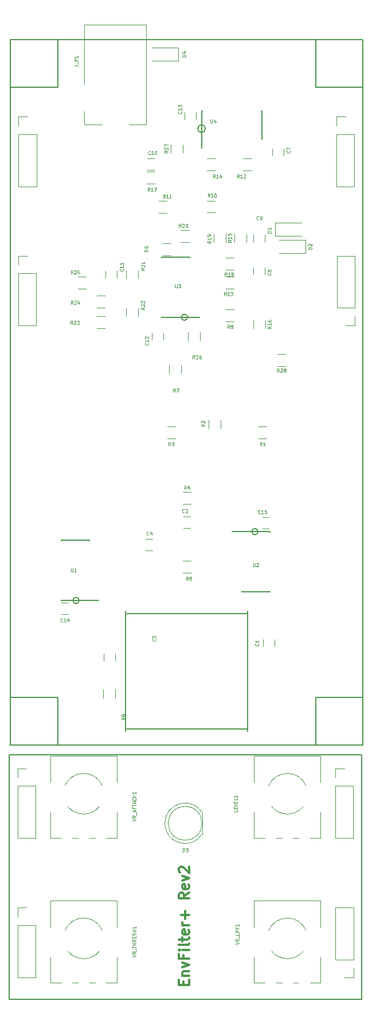
<source format=gbr>
G04 #@! TF.FileFunction,Legend,Top*
%FSLAX46Y46*%
G04 Gerber Fmt 4.6, Leading zero omitted, Abs format (unit mm)*
G04 Created by KiCad (PCBNEW 4.0.7) date 03/28/18 20:32:25*
%MOMM*%
%LPD*%
G01*
G04 APERTURE LIST*
%ADD10C,0.100000*%
%ADD11C,0.300000*%
%ADD12C,0.200000*%
%ADD13C,0.150000*%
%ADD14C,0.120000*%
%ADD15C,0.015000*%
G04 APERTURE END LIST*
D10*
D11*
X98444857Y-164126570D02*
X98444857Y-163626570D01*
X99230571Y-163412284D02*
X99230571Y-164126570D01*
X97730571Y-164126570D01*
X97730571Y-163412284D01*
X98230571Y-162769427D02*
X99230571Y-162769427D01*
X98373429Y-162769427D02*
X98302000Y-162697999D01*
X98230571Y-162555141D01*
X98230571Y-162340856D01*
X98302000Y-162197999D01*
X98444857Y-162126570D01*
X99230571Y-162126570D01*
X98230571Y-161555141D02*
X99230571Y-161197998D01*
X98230571Y-160840856D01*
X98444857Y-159769427D02*
X98444857Y-160269427D01*
X99230571Y-160269427D02*
X97730571Y-160269427D01*
X97730571Y-159555141D01*
X99230571Y-158983713D02*
X98230571Y-158983713D01*
X97730571Y-158983713D02*
X97802000Y-159055142D01*
X97873429Y-158983713D01*
X97802000Y-158912285D01*
X97730571Y-158983713D01*
X97873429Y-158983713D01*
X99230571Y-158055141D02*
X99159143Y-158197999D01*
X99016286Y-158269427D01*
X97730571Y-158269427D01*
X98230571Y-157697999D02*
X98230571Y-157126570D01*
X97730571Y-157483713D02*
X99016286Y-157483713D01*
X99159143Y-157412285D01*
X99230571Y-157269427D01*
X99230571Y-157126570D01*
X99159143Y-156055142D02*
X99230571Y-156197999D01*
X99230571Y-156483713D01*
X99159143Y-156626570D01*
X99016286Y-156697999D01*
X98444857Y-156697999D01*
X98302000Y-156626570D01*
X98230571Y-156483713D01*
X98230571Y-156197999D01*
X98302000Y-156055142D01*
X98444857Y-155983713D01*
X98587714Y-155983713D01*
X98730571Y-156697999D01*
X99230571Y-155340856D02*
X98230571Y-155340856D01*
X98516286Y-155340856D02*
X98373429Y-155269428D01*
X98302000Y-155197999D01*
X98230571Y-155055142D01*
X98230571Y-154912285D01*
X98659143Y-154412285D02*
X98659143Y-153269428D01*
X99230571Y-153840857D02*
X98087714Y-153840857D01*
X99230571Y-150555142D02*
X98516286Y-151055142D01*
X99230571Y-151412285D02*
X97730571Y-151412285D01*
X97730571Y-150840857D01*
X97802000Y-150697999D01*
X97873429Y-150626571D01*
X98016286Y-150555142D01*
X98230571Y-150555142D01*
X98373429Y-150626571D01*
X98444857Y-150697999D01*
X98516286Y-150840857D01*
X98516286Y-151412285D01*
X99159143Y-149340857D02*
X99230571Y-149483714D01*
X99230571Y-149769428D01*
X99159143Y-149912285D01*
X99016286Y-149983714D01*
X98444857Y-149983714D01*
X98302000Y-149912285D01*
X98230571Y-149769428D01*
X98230571Y-149483714D01*
X98302000Y-149340857D01*
X98444857Y-149269428D01*
X98587714Y-149269428D01*
X98730571Y-149983714D01*
X98230571Y-148769428D02*
X99230571Y-148412285D01*
X98230571Y-148055143D01*
X97873429Y-147555143D02*
X97802000Y-147483714D01*
X97730571Y-147340857D01*
X97730571Y-146983714D01*
X97802000Y-146840857D01*
X97873429Y-146769428D01*
X98016286Y-146698000D01*
X98159143Y-146698000D01*
X98373429Y-146769428D01*
X99230571Y-147626571D01*
X99230571Y-146698000D01*
D12*
X109423905Y-97282000D02*
G75*
G03X109423905Y-97282000I-457905J0D01*
G01*
X83007905Y-107442000D02*
G75*
G03X83007905Y-107442000I-457905J0D01*
G01*
X99009905Y-65659000D02*
G75*
G03X99009905Y-65659000I-457905J0D01*
G01*
X101659961Y-37846000D02*
G75*
G03X101659961Y-37846000I-567961J0D01*
G01*
D13*
X79832200Y-128727200D02*
X79832200Y-128447800D01*
X80340200Y-128727200D02*
X79222600Y-128727200D01*
X124720200Y-130172500D02*
X124364600Y-130172500D01*
X124720200Y-166240500D02*
X124720200Y-130172500D01*
X124339200Y-166240500D02*
X124720200Y-166240500D01*
X72701000Y-130172500D02*
X124517000Y-130172500D01*
X72701000Y-166240500D02*
X72701000Y-130172500D01*
X72701000Y-166240500D02*
X124517000Y-166240500D01*
X117932200Y-121742200D02*
X124917200Y-121742200D01*
X117932200Y-128727200D02*
X117932200Y-121742200D01*
X79832200Y-121742200D02*
X72847200Y-121742200D01*
X79832200Y-128727200D02*
X79832200Y-121742200D01*
X79832200Y-31699200D02*
X72847200Y-31699200D01*
X79832200Y-24714200D02*
X79832200Y-31699200D01*
X117932200Y-31699200D02*
X117932200Y-24714200D01*
X124917200Y-31699200D02*
X117932200Y-31699200D01*
X124917200Y-24714200D02*
X72847200Y-24714200D01*
X124917200Y-128727200D02*
X124917200Y-24714200D01*
X72847200Y-128727200D02*
X124917200Y-128727200D01*
X72847200Y-24714200D02*
X72847200Y-128727200D01*
D14*
X95669800Y-140306638D02*
G75*
G03X101219800Y-141851930I2990000J-462D01*
G01*
X95669800Y-140307562D02*
G75*
G02X101219800Y-138762270I2990000J462D01*
G01*
X101159800Y-140307100D02*
G75*
G03X101159800Y-140307100I-2500000J0D01*
G01*
X101219800Y-141852100D02*
X101219800Y-138762100D01*
X83728500Y-31322000D02*
X83728500Y-22522000D01*
X83728500Y-22522000D02*
X92928500Y-22522000D01*
X86428500Y-37222000D02*
X83728500Y-37222000D01*
X83728500Y-37222000D02*
X83728500Y-35322000D01*
X92928500Y-22522000D02*
X92928500Y-37222000D01*
X92928500Y-37222000D02*
X90328500Y-37222000D01*
D13*
X90017600Y-109347000D02*
X106527600Y-109347000D01*
X106527600Y-109347000D02*
X107797600Y-109347000D01*
X107924600Y-108966000D02*
X107924600Y-126746000D01*
X107797600Y-126365000D02*
X90017600Y-126365000D01*
X89890600Y-126746000D02*
X89890600Y-108966000D01*
D14*
X73904800Y-163013700D02*
X76564800Y-163013700D01*
X73904800Y-155333700D02*
X73904800Y-163013700D01*
X76564800Y-155333700D02*
X76564800Y-163013700D01*
X73904800Y-155333700D02*
X76564800Y-155333700D01*
X73904800Y-154063700D02*
X73904800Y-152733700D01*
X73904800Y-152733700D02*
X75234800Y-152733700D01*
X73904800Y-142490500D02*
X76564800Y-142490500D01*
X73904800Y-134810500D02*
X73904800Y-142490500D01*
X76564800Y-134810500D02*
X76564800Y-142490500D01*
X73904800Y-134810500D02*
X76564800Y-134810500D01*
X73904800Y-133540500D02*
X73904800Y-132210500D01*
X73904800Y-132210500D02*
X75234800Y-132210500D01*
X123529400Y-152759100D02*
X120869400Y-152759100D01*
X123529400Y-160439100D02*
X123529400Y-152759100D01*
X120869400Y-160439100D02*
X120869400Y-152759100D01*
X123529400Y-160439100D02*
X120869400Y-160439100D01*
X123529400Y-161709100D02*
X123529400Y-163039100D01*
X123529400Y-163039100D02*
X122199400Y-163039100D01*
X120844000Y-142490500D02*
X123504000Y-142490500D01*
X120844000Y-134810500D02*
X120844000Y-142490500D01*
X123504000Y-134810500D02*
X123504000Y-142490500D01*
X120844000Y-134810500D02*
X123504000Y-134810500D01*
X120844000Y-133540500D02*
X120844000Y-132210500D01*
X120844000Y-132210500D02*
X122174000Y-132210500D01*
X74031800Y-66887400D02*
X76691800Y-66887400D01*
X74031800Y-59207400D02*
X74031800Y-66887400D01*
X76691800Y-59207400D02*
X76691800Y-66887400D01*
X74031800Y-59207400D02*
X76691800Y-59207400D01*
X74031800Y-57937400D02*
X74031800Y-56607400D01*
X74031800Y-56607400D02*
X75361800Y-56607400D01*
X74044500Y-46351500D02*
X76704500Y-46351500D01*
X74044500Y-38671500D02*
X74044500Y-46351500D01*
X76704500Y-38671500D02*
X76704500Y-46351500D01*
X74044500Y-38671500D02*
X76704500Y-38671500D01*
X74044500Y-37401500D02*
X74044500Y-36071500D01*
X74044500Y-36071500D02*
X75374500Y-36071500D01*
X123732600Y-56607400D02*
X121072600Y-56607400D01*
X123732600Y-64287400D02*
X123732600Y-56607400D01*
X121072600Y-64287400D02*
X121072600Y-56607400D01*
X123732600Y-64287400D02*
X121072600Y-64287400D01*
X123732600Y-65557400D02*
X123732600Y-66887400D01*
X123732600Y-66887400D02*
X122402600Y-66887400D01*
X121021800Y-46364200D02*
X123681800Y-46364200D01*
X121021800Y-38684200D02*
X121021800Y-46364200D01*
X123681800Y-38684200D02*
X123681800Y-46364200D01*
X121021800Y-38684200D02*
X123681800Y-38684200D01*
X121021800Y-37414200D02*
X121021800Y-36084200D01*
X121021800Y-36084200D02*
X122351800Y-36084200D01*
X80907068Y-134774518D02*
G75*
G02X86431500Y-134773500I2762432J-1171982D01*
G01*
X85967253Y-137874795D02*
G75*
G02X81371500Y-137874500I-2297753J1928295D01*
G01*
X78759500Y-142506500D02*
X78759500Y-138640500D01*
X78759500Y-134251500D02*
X78759500Y-130386500D01*
X88579500Y-142506500D02*
X88579500Y-138640500D01*
X88579500Y-134251500D02*
X88579500Y-130386500D01*
X78759500Y-142506500D02*
X80344500Y-142506500D01*
X81994500Y-142506500D02*
X82844500Y-142506500D01*
X84494500Y-142506500D02*
X85344500Y-142506500D01*
X86994500Y-142506500D02*
X88579500Y-142506500D01*
X78759500Y-130386500D02*
X88579500Y-130386500D01*
X111006068Y-156110518D02*
G75*
G02X116530500Y-156109500I2762432J-1171982D01*
G01*
X116066253Y-159210795D02*
G75*
G02X111470500Y-159210500I-2297753J1928295D01*
G01*
X108858500Y-163842500D02*
X108858500Y-159976500D01*
X108858500Y-155587500D02*
X108858500Y-151722500D01*
X118678500Y-163842500D02*
X118678500Y-159976500D01*
X118678500Y-155587500D02*
X118678500Y-151722500D01*
X108858500Y-163842500D02*
X110443500Y-163842500D01*
X112093500Y-163842500D02*
X112943500Y-163842500D01*
X114593500Y-163842500D02*
X115443500Y-163842500D01*
X117093500Y-163842500D02*
X118678500Y-163842500D01*
X108858500Y-151722500D02*
X118678500Y-151722500D01*
X80907068Y-156110518D02*
G75*
G02X86431500Y-156109500I2762432J-1171982D01*
G01*
X85967253Y-159210795D02*
G75*
G02X81371500Y-159210500I-2297753J1928295D01*
G01*
X78759500Y-163842500D02*
X78759500Y-159976500D01*
X78759500Y-155587500D02*
X78759500Y-151722500D01*
X88579500Y-163842500D02*
X88579500Y-159976500D01*
X88579500Y-155587500D02*
X88579500Y-151722500D01*
X78759500Y-163842500D02*
X80344500Y-163842500D01*
X81994500Y-163842500D02*
X82844500Y-163842500D01*
X84494500Y-163842500D02*
X85344500Y-163842500D01*
X86994500Y-163842500D02*
X88579500Y-163842500D01*
X78759500Y-151722500D02*
X88579500Y-151722500D01*
X110198800Y-113215800D02*
X110198800Y-114215800D01*
X111898800Y-114215800D02*
X111898800Y-113215800D01*
X98433000Y-96735000D02*
X99433000Y-96735000D01*
X99433000Y-95035000D02*
X98433000Y-95035000D01*
X93845000Y-98337000D02*
X92845000Y-98337000D01*
X92845000Y-100037000D02*
X93845000Y-100037000D01*
X86627600Y-115324000D02*
X86627600Y-116324000D01*
X88327600Y-116324000D02*
X88327600Y-115324000D01*
X110451000Y-59301000D02*
X110451000Y-58301000D01*
X108751000Y-58301000D02*
X108751000Y-59301000D01*
X113245000Y-41775000D02*
X113245000Y-40775000D01*
X111545000Y-40775000D02*
X111545000Y-41775000D01*
X110451000Y-54475000D02*
X110451000Y-53475000D01*
X108751000Y-53475000D02*
X108751000Y-54475000D01*
X94099000Y-42203000D02*
X93099000Y-42203000D01*
X93099000Y-43903000D02*
X94099000Y-43903000D01*
X86907000Y-58809000D02*
X86907000Y-59809000D01*
X88607000Y-59809000D02*
X88607000Y-58809000D01*
X95465000Y-68953000D02*
X95465000Y-67953000D01*
X93765000Y-67953000D02*
X93765000Y-68953000D01*
X100291000Y-36441000D02*
X100291000Y-35441000D01*
X98591000Y-35441000D02*
X98591000Y-36441000D01*
X81399000Y-107735000D02*
X80399000Y-107735000D01*
X80399000Y-109435000D02*
X81399000Y-109435000D01*
X110053500Y-96862000D02*
X111053500Y-96862000D01*
X111053500Y-95162000D02*
X110053500Y-95162000D01*
X111923000Y-51705000D02*
X111923000Y-53705000D01*
X111923000Y-53705000D02*
X115823000Y-53705000D01*
X111923000Y-51705000D02*
X115823000Y-51705000D01*
X116423000Y-56245000D02*
X116423000Y-54245000D01*
X116423000Y-54245000D02*
X112523000Y-54245000D01*
X116423000Y-56245000D02*
X112523000Y-56245000D01*
X97627000Y-27860500D02*
X97627000Y-25860500D01*
X97627000Y-25860500D02*
X93727000Y-25860500D01*
X97627000Y-27860500D02*
X93727000Y-27860500D01*
X109509000Y-81797000D02*
X110709000Y-81797000D01*
X110709000Y-83557000D02*
X109509000Y-83557000D01*
X103877000Y-80807000D02*
X103877000Y-82007000D01*
X102117000Y-82007000D02*
X102117000Y-80807000D01*
X97247000Y-83557000D02*
X96047000Y-83557000D01*
X96047000Y-81797000D02*
X97247000Y-81797000D01*
X98333000Y-91449000D02*
X99533000Y-91449000D01*
X99533000Y-93209000D02*
X98333000Y-93209000D01*
X99533000Y-103369000D02*
X98333000Y-103369000D01*
X98333000Y-101609000D02*
X99533000Y-101609000D01*
X88357600Y-120583400D02*
X88357600Y-121783400D01*
X86597600Y-121783400D02*
X86597600Y-120583400D01*
X96275000Y-73879000D02*
X96275000Y-72679000D01*
X98035000Y-72679000D02*
X98035000Y-73879000D01*
X105883000Y-66285000D02*
X104683000Y-66285000D01*
X104683000Y-64525000D02*
X105883000Y-64525000D01*
X96573900Y-56544100D02*
X95373900Y-56544100D01*
X95373900Y-54784100D02*
X96573900Y-54784100D01*
X101889000Y-48459500D02*
X103089000Y-48459500D01*
X103089000Y-50219500D02*
X101889000Y-50219500D01*
X94777000Y-48523000D02*
X95977000Y-48523000D01*
X95977000Y-50283000D02*
X94777000Y-50283000D01*
X108448400Y-44021900D02*
X107248400Y-44021900D01*
X107248400Y-42261900D02*
X108448400Y-42261900D01*
X105883000Y-61459000D02*
X104683000Y-61459000D01*
X104683000Y-59699000D02*
X105883000Y-59699000D01*
X101914400Y-42261900D02*
X103114400Y-42261900D01*
X103114400Y-44021900D02*
X101914400Y-44021900D01*
X105927000Y-54575000D02*
X105927000Y-53375000D01*
X107687000Y-53375000D02*
X107687000Y-54575000D01*
X110481000Y-66075000D02*
X110481000Y-67275000D01*
X108721000Y-67275000D02*
X108721000Y-66075000D01*
X94199000Y-45965000D02*
X92999000Y-45965000D01*
X92999000Y-44205000D02*
X94199000Y-44205000D01*
X105883000Y-58665000D02*
X104683000Y-58665000D01*
X104683000Y-56905000D02*
X105883000Y-56905000D01*
X102879000Y-54575000D02*
X102879000Y-53375000D01*
X104639000Y-53375000D02*
X104639000Y-54575000D01*
X98028200Y-52802900D02*
X99228200Y-52802900D01*
X99228200Y-54562900D02*
X98028200Y-54562900D01*
X91685000Y-58709000D02*
X91685000Y-59909000D01*
X89925000Y-59909000D02*
X89925000Y-58709000D01*
X91685000Y-64297000D02*
X91685000Y-65497000D01*
X89925000Y-65497000D02*
X89925000Y-64297000D01*
X86833000Y-67301000D02*
X85633000Y-67301000D01*
X85633000Y-65541000D02*
X86833000Y-65541000D01*
X85633000Y-62493000D02*
X86833000Y-62493000D01*
X86833000Y-64253000D02*
X85633000Y-64253000D01*
X84039000Y-61459000D02*
X82839000Y-61459000D01*
X82839000Y-59699000D02*
X84039000Y-59699000D01*
X100829000Y-67853000D02*
X100829000Y-69053000D01*
X99069000Y-69053000D02*
X99069000Y-67853000D01*
X96529000Y-41367000D02*
X96529000Y-40167000D01*
X98289000Y-40167000D02*
X98289000Y-41367000D01*
X112303000Y-71129000D02*
X113503000Y-71129000D01*
X113503000Y-72889000D02*
X112303000Y-72889000D01*
D13*
X84498000Y-107447000D02*
X84498000Y-107422000D01*
X80348000Y-107447000D02*
X80348000Y-107332000D01*
X80348000Y-98547000D02*
X80348000Y-98662000D01*
X84498000Y-98547000D02*
X84498000Y-98662000D01*
X84498000Y-107447000D02*
X80348000Y-107447000D01*
X84498000Y-98547000D02*
X80348000Y-98547000D01*
X84498000Y-107422000D02*
X85873000Y-107422000D01*
X107018000Y-97277000D02*
X107018000Y-97302000D01*
X111168000Y-97277000D02*
X111168000Y-97392000D01*
X111168000Y-106177000D02*
X111168000Y-106062000D01*
X107018000Y-106177000D02*
X107018000Y-106062000D01*
X107018000Y-97277000D02*
X111168000Y-97277000D01*
X107018000Y-106177000D02*
X111168000Y-106177000D01*
X107018000Y-97302000D02*
X105643000Y-97302000D01*
X99376050Y-65683050D02*
X99376050Y-65658050D01*
X95226050Y-65683050D02*
X95226050Y-65568050D01*
X95226050Y-56783050D02*
X95226050Y-56898050D01*
X99376050Y-56783050D02*
X99376050Y-56898050D01*
X99376050Y-65683050D02*
X95226050Y-65683050D01*
X99376050Y-56783050D02*
X95226050Y-56783050D01*
X99376050Y-65658050D02*
X100751050Y-65658050D01*
X101112400Y-39374900D02*
X101137400Y-39374900D01*
X101112400Y-35224900D02*
X101227400Y-35224900D01*
X110012400Y-35224900D02*
X109897400Y-35224900D01*
X110012400Y-39374900D02*
X109897400Y-39374900D01*
X101112400Y-39374900D02*
X101112400Y-35224900D01*
X110012400Y-39374900D02*
X110012400Y-35224900D01*
X101137400Y-39374900D02*
X101137400Y-40749900D01*
D14*
X111006068Y-134774518D02*
G75*
G02X116530500Y-134773500I2762432J-1171982D01*
G01*
X116066253Y-137874795D02*
G75*
G02X111470500Y-137874500I-2297753J1928295D01*
G01*
X108858500Y-142506500D02*
X108858500Y-138640500D01*
X108858500Y-134251500D02*
X108858500Y-130386500D01*
X118678500Y-142506500D02*
X118678500Y-138640500D01*
X118678500Y-134251500D02*
X118678500Y-130386500D01*
X108858500Y-142506500D02*
X110443500Y-142506500D01*
X112093500Y-142506500D02*
X112943500Y-142506500D01*
X114593500Y-142506500D02*
X115443500Y-142506500D01*
X117093500Y-142506500D02*
X118678500Y-142506500D01*
X108858500Y-130386500D02*
X118678500Y-130386500D01*
D15*
X98290753Y-144493290D02*
X98290753Y-143993290D01*
X98409800Y-143993290D01*
X98481229Y-144017100D01*
X98528848Y-144064719D01*
X98552657Y-144112338D01*
X98576467Y-144207576D01*
X98576467Y-144279005D01*
X98552657Y-144374243D01*
X98528848Y-144421862D01*
X98481229Y-144469481D01*
X98409800Y-144493290D01*
X98290753Y-144493290D01*
X98743134Y-143993290D02*
X99052657Y-143993290D01*
X98885991Y-144183767D01*
X98957419Y-144183767D01*
X99005038Y-144207576D01*
X99028848Y-144231386D01*
X99052657Y-144279005D01*
X99052657Y-144398052D01*
X99028848Y-144445671D01*
X99005038Y-144469481D01*
X98957419Y-144493290D01*
X98814562Y-144493290D01*
X98766943Y-144469481D01*
X98743134Y-144445671D01*
X82304690Y-28479142D02*
X82661833Y-28479142D01*
X82733262Y-28502952D01*
X82780881Y-28550571D01*
X82804690Y-28621999D01*
X82804690Y-28669618D01*
X82852310Y-28360095D02*
X82852310Y-27979143D01*
X82804690Y-27860095D02*
X82304690Y-27860095D01*
X82304690Y-27669619D01*
X82328500Y-27622000D01*
X82352310Y-27598191D01*
X82399929Y-27574381D01*
X82471357Y-27574381D01*
X82518976Y-27598191D01*
X82542786Y-27622000D01*
X82566595Y-27669619D01*
X82566595Y-27860095D01*
X82804690Y-27098191D02*
X82804690Y-27383905D01*
X82804690Y-27241048D02*
X82304690Y-27241048D01*
X82376119Y-27288667D01*
X82423738Y-27336286D01*
X82447548Y-27383905D01*
X90886790Y-139937060D02*
X91386790Y-139770393D01*
X90886790Y-139603727D01*
X91386790Y-139151346D02*
X91148695Y-139318013D01*
X91386790Y-139437060D02*
X90886790Y-139437060D01*
X90886790Y-139246584D01*
X90910600Y-139198965D01*
X90934410Y-139175156D01*
X90982029Y-139151346D01*
X91053457Y-139151346D01*
X91101076Y-139175156D01*
X91124886Y-139198965D01*
X91148695Y-139246584D01*
X91148695Y-139437060D01*
X91434410Y-139056108D02*
X91434410Y-138675156D01*
X91243933Y-138579918D02*
X91243933Y-138341823D01*
X91386790Y-138627537D02*
X90886790Y-138460870D01*
X91386790Y-138294204D01*
X90886790Y-138198966D02*
X90886790Y-137913252D01*
X91386790Y-138056109D02*
X90886790Y-138056109D01*
X90886790Y-137818014D02*
X90886790Y-137532300D01*
X91386790Y-137675157D02*
X90886790Y-137675157D01*
X91243933Y-137389443D02*
X91243933Y-137151348D01*
X91386790Y-137437062D02*
X90886790Y-137270395D01*
X91386790Y-137103729D01*
X91339171Y-136651348D02*
X91362981Y-136675158D01*
X91386790Y-136746586D01*
X91386790Y-136794205D01*
X91362981Y-136865634D01*
X91315362Y-136913253D01*
X91267743Y-136937062D01*
X91172505Y-136960872D01*
X91101076Y-136960872D01*
X91005838Y-136937062D01*
X90958219Y-136913253D01*
X90910600Y-136865634D01*
X90886790Y-136794205D01*
X90886790Y-136746586D01*
X90910600Y-136675158D01*
X90934410Y-136651348D01*
X91386790Y-136437062D02*
X90886790Y-136437062D01*
X91386790Y-136151348D02*
X91101076Y-136365634D01*
X90886790Y-136151348D02*
X91172505Y-136437062D01*
X91386790Y-135675158D02*
X91386790Y-135960872D01*
X91386790Y-135818015D02*
X90886790Y-135818015D01*
X90958219Y-135865634D01*
X91005838Y-135913253D01*
X91029648Y-135960872D01*
X106088690Y-158166404D02*
X106588690Y-157999737D01*
X106088690Y-157833071D01*
X106588690Y-157380690D02*
X106350595Y-157547357D01*
X106588690Y-157666404D02*
X106088690Y-157666404D01*
X106088690Y-157475928D01*
X106112500Y-157428309D01*
X106136310Y-157404500D01*
X106183929Y-157380690D01*
X106255357Y-157380690D01*
X106302976Y-157404500D01*
X106326786Y-157428309D01*
X106350595Y-157475928D01*
X106350595Y-157666404D01*
X106636310Y-157285452D02*
X106636310Y-156904500D01*
X106588690Y-156547357D02*
X106588690Y-156785452D01*
X106088690Y-156785452D01*
X106588690Y-156380690D02*
X106088690Y-156380690D01*
X106088690Y-156190214D01*
X106112500Y-156142595D01*
X106136310Y-156118786D01*
X106183929Y-156094976D01*
X106255357Y-156094976D01*
X106302976Y-156118786D01*
X106326786Y-156142595D01*
X106350595Y-156190214D01*
X106350595Y-156380690D01*
X106326786Y-155714024D02*
X106326786Y-155880690D01*
X106588690Y-155880690D02*
X106088690Y-155880690D01*
X106088690Y-155642595D01*
X106588690Y-155190215D02*
X106588690Y-155475929D01*
X106588690Y-155333072D02*
X106088690Y-155333072D01*
X106160119Y-155380691D01*
X106207738Y-155428310D01*
X106231548Y-155475929D01*
X90848690Y-160007809D02*
X91348690Y-159841142D01*
X90848690Y-159674476D01*
X91348690Y-159222095D02*
X91110595Y-159388762D01*
X91348690Y-159507809D02*
X90848690Y-159507809D01*
X90848690Y-159317333D01*
X90872500Y-159269714D01*
X90896310Y-159245905D01*
X90943929Y-159222095D01*
X91015357Y-159222095D01*
X91062976Y-159245905D01*
X91086786Y-159269714D01*
X91110595Y-159317333D01*
X91110595Y-159507809D01*
X91396310Y-159126857D02*
X91396310Y-158745905D01*
X90848690Y-158698286D02*
X90848690Y-158412572D01*
X91348690Y-158555429D02*
X90848690Y-158555429D01*
X91348690Y-158245905D02*
X90848690Y-158245905D01*
X91086786Y-158245905D02*
X91086786Y-157960191D01*
X91348690Y-157960191D02*
X90848690Y-157960191D01*
X91348690Y-157436381D02*
X91110595Y-157603048D01*
X91348690Y-157722095D02*
X90848690Y-157722095D01*
X90848690Y-157531619D01*
X90872500Y-157484000D01*
X90896310Y-157460191D01*
X90943929Y-157436381D01*
X91015357Y-157436381D01*
X91062976Y-157460191D01*
X91086786Y-157484000D01*
X91110595Y-157531619D01*
X91110595Y-157722095D01*
X91086786Y-157222095D02*
X91086786Y-157055429D01*
X91348690Y-156984000D02*
X91348690Y-157222095D01*
X90848690Y-157222095D01*
X90848690Y-156984000D01*
X91324881Y-156793524D02*
X91348690Y-156722095D01*
X91348690Y-156603048D01*
X91324881Y-156555429D01*
X91301071Y-156531619D01*
X91253452Y-156507810D01*
X91205833Y-156507810D01*
X91158214Y-156531619D01*
X91134405Y-156555429D01*
X91110595Y-156603048D01*
X91086786Y-156698286D01*
X91062976Y-156745905D01*
X91039167Y-156769714D01*
X90991548Y-156793524D01*
X90943929Y-156793524D01*
X90896310Y-156769714D01*
X90872500Y-156745905D01*
X90848690Y-156698286D01*
X90848690Y-156579238D01*
X90872500Y-156507810D01*
X91348690Y-156293524D02*
X90848690Y-156293524D01*
X91086786Y-156293524D02*
X91086786Y-156007810D01*
X91348690Y-156007810D02*
X90848690Y-156007810D01*
X91348690Y-155507810D02*
X91348690Y-155793524D01*
X91348690Y-155650667D02*
X90848690Y-155650667D01*
X90920119Y-155698286D01*
X90967738Y-155745905D01*
X90991548Y-155793524D01*
X109477371Y-113799133D02*
X109501181Y-113822943D01*
X109524990Y-113894371D01*
X109524990Y-113941990D01*
X109501181Y-114013419D01*
X109453562Y-114061038D01*
X109405943Y-114084847D01*
X109310705Y-114108657D01*
X109239276Y-114108657D01*
X109144038Y-114084847D01*
X109096419Y-114061038D01*
X109048800Y-114013419D01*
X109024990Y-113941990D01*
X109024990Y-113894371D01*
X109048800Y-113822943D01*
X109072610Y-113799133D01*
X109524990Y-113322943D02*
X109524990Y-113608657D01*
X109524990Y-113465800D02*
X109024990Y-113465800D01*
X109096419Y-113513419D01*
X109144038Y-113561038D01*
X109167848Y-113608657D01*
X98544867Y-94412571D02*
X98521057Y-94436381D01*
X98449629Y-94460190D01*
X98402010Y-94460190D01*
X98330581Y-94436381D01*
X98282962Y-94388762D01*
X98259153Y-94341143D01*
X98235343Y-94245905D01*
X98235343Y-94174476D01*
X98259153Y-94079238D01*
X98282962Y-94031619D01*
X98330581Y-93984000D01*
X98402010Y-93960190D01*
X98449629Y-93960190D01*
X98521057Y-93984000D01*
X98544867Y-94007810D01*
X98735343Y-94007810D02*
X98759153Y-93984000D01*
X98806772Y-93960190D01*
X98925819Y-93960190D01*
X98973438Y-93984000D01*
X98997248Y-94007810D01*
X99021057Y-94055429D01*
X99021057Y-94103048D01*
X98997248Y-94174476D01*
X98711534Y-94460190D01*
X99021057Y-94460190D01*
X93287067Y-97739971D02*
X93263257Y-97763781D01*
X93191829Y-97787590D01*
X93144210Y-97787590D01*
X93072781Y-97763781D01*
X93025162Y-97716162D01*
X93001353Y-97668543D01*
X92977543Y-97573305D01*
X92977543Y-97501876D01*
X93001353Y-97406638D01*
X93025162Y-97359019D01*
X93072781Y-97311400D01*
X93144210Y-97287590D01*
X93191829Y-97287590D01*
X93263257Y-97311400D01*
X93287067Y-97335210D01*
X93715638Y-97454257D02*
X93715638Y-97787590D01*
X93596591Y-97263781D02*
X93477543Y-97620924D01*
X93787067Y-97620924D01*
X94260171Y-113113333D02*
X94283981Y-113137143D01*
X94307790Y-113208571D01*
X94307790Y-113256190D01*
X94283981Y-113327619D01*
X94236362Y-113375238D01*
X94188743Y-113399047D01*
X94093505Y-113422857D01*
X94022076Y-113422857D01*
X93926838Y-113399047D01*
X93879219Y-113375238D01*
X93831600Y-113327619D01*
X93807790Y-113256190D01*
X93807790Y-113208571D01*
X93831600Y-113137143D01*
X93855410Y-113113333D01*
X93807790Y-112660952D02*
X93807790Y-112899047D01*
X94045886Y-112922857D01*
X94022076Y-112899047D01*
X93998267Y-112851428D01*
X93998267Y-112732381D01*
X94022076Y-112684762D01*
X94045886Y-112660952D01*
X94093505Y-112637143D01*
X94212552Y-112637143D01*
X94260171Y-112660952D01*
X94283981Y-112684762D01*
X94307790Y-112732381D01*
X94307790Y-112851428D01*
X94283981Y-112899047D01*
X94260171Y-112922857D01*
X111284521Y-59119283D02*
X111308331Y-59143093D01*
X111332140Y-59214521D01*
X111332140Y-59262140D01*
X111308331Y-59333569D01*
X111260712Y-59381188D01*
X111213093Y-59404997D01*
X111117855Y-59428807D01*
X111046426Y-59428807D01*
X110951188Y-59404997D01*
X110903569Y-59381188D01*
X110855950Y-59333569D01*
X110832140Y-59262140D01*
X110832140Y-59214521D01*
X110855950Y-59143093D01*
X110879760Y-59119283D01*
X110832140Y-58690712D02*
X110832140Y-58785950D01*
X110855950Y-58833569D01*
X110879760Y-58857378D01*
X110951188Y-58904997D01*
X111046426Y-58928807D01*
X111236902Y-58928807D01*
X111284521Y-58904997D01*
X111308331Y-58881188D01*
X111332140Y-58833569D01*
X111332140Y-58738331D01*
X111308331Y-58690712D01*
X111284521Y-58666902D01*
X111236902Y-58643093D01*
X111117855Y-58643093D01*
X111070236Y-58666902D01*
X111046426Y-58690712D01*
X111022617Y-58738331D01*
X111022617Y-58833569D01*
X111046426Y-58881188D01*
X111070236Y-58904997D01*
X111117855Y-58928807D01*
X114097571Y-41104333D02*
X114121381Y-41128143D01*
X114145190Y-41199571D01*
X114145190Y-41247190D01*
X114121381Y-41318619D01*
X114073762Y-41366238D01*
X114026143Y-41390047D01*
X113930905Y-41413857D01*
X113859476Y-41413857D01*
X113764238Y-41390047D01*
X113716619Y-41366238D01*
X113669000Y-41318619D01*
X113645190Y-41247190D01*
X113645190Y-41199571D01*
X113669000Y-41128143D01*
X113692810Y-41104333D01*
X113645190Y-40937666D02*
X113645190Y-40604333D01*
X114145190Y-40818619D01*
X109498617Y-51213521D02*
X109474807Y-51237331D01*
X109403379Y-51261140D01*
X109355760Y-51261140D01*
X109284331Y-51237331D01*
X109236712Y-51189712D01*
X109212903Y-51142093D01*
X109189093Y-51046855D01*
X109189093Y-50975426D01*
X109212903Y-50880188D01*
X109236712Y-50832569D01*
X109284331Y-50784950D01*
X109355760Y-50761140D01*
X109403379Y-50761140D01*
X109474807Y-50784950D01*
X109498617Y-50808760D01*
X109736712Y-51261140D02*
X109831950Y-51261140D01*
X109879569Y-51237331D01*
X109903379Y-51213521D01*
X109950998Y-51142093D01*
X109974807Y-51046855D01*
X109974807Y-50856379D01*
X109950998Y-50808760D01*
X109927188Y-50784950D01*
X109879569Y-50761140D01*
X109784331Y-50761140D01*
X109736712Y-50784950D01*
X109712903Y-50808760D01*
X109689093Y-50856379D01*
X109689093Y-50975426D01*
X109712903Y-51023045D01*
X109736712Y-51046855D01*
X109784331Y-51070664D01*
X109879569Y-51070664D01*
X109927188Y-51046855D01*
X109950998Y-51023045D01*
X109974807Y-50975426D01*
X93506172Y-41580571D02*
X93482362Y-41604381D01*
X93410934Y-41628190D01*
X93363315Y-41628190D01*
X93291886Y-41604381D01*
X93244267Y-41556762D01*
X93220458Y-41509143D01*
X93196648Y-41413905D01*
X93196648Y-41342476D01*
X93220458Y-41247238D01*
X93244267Y-41199619D01*
X93291886Y-41152000D01*
X93363315Y-41128190D01*
X93410934Y-41128190D01*
X93482362Y-41152000D01*
X93506172Y-41175810D01*
X93982362Y-41628190D02*
X93696648Y-41628190D01*
X93839505Y-41628190D02*
X93839505Y-41128190D01*
X93791886Y-41199619D01*
X93744267Y-41247238D01*
X93696648Y-41271048D01*
X94291886Y-41128190D02*
X94339505Y-41128190D01*
X94387124Y-41152000D01*
X94410933Y-41175810D01*
X94434743Y-41223429D01*
X94458552Y-41318667D01*
X94458552Y-41437714D01*
X94434743Y-41532952D01*
X94410933Y-41580571D01*
X94387124Y-41604381D01*
X94339505Y-41628190D01*
X94291886Y-41628190D01*
X94244267Y-41604381D01*
X94220457Y-41580571D01*
X94196648Y-41532952D01*
X94172838Y-41437714D01*
X94172838Y-41318667D01*
X94196648Y-41223429D01*
X94220457Y-41175810D01*
X94244267Y-41152000D01*
X94291886Y-41128190D01*
X89465921Y-58544578D02*
X89489731Y-58568388D01*
X89513540Y-58639816D01*
X89513540Y-58687435D01*
X89489731Y-58758864D01*
X89442112Y-58806483D01*
X89394493Y-58830292D01*
X89299255Y-58854102D01*
X89227826Y-58854102D01*
X89132588Y-58830292D01*
X89084969Y-58806483D01*
X89037350Y-58758864D01*
X89013540Y-58687435D01*
X89013540Y-58639816D01*
X89037350Y-58568388D01*
X89061160Y-58544578D01*
X89513540Y-58068388D02*
X89513540Y-58354102D01*
X89513540Y-58211245D02*
X89013540Y-58211245D01*
X89084969Y-58258864D01*
X89132588Y-58306483D01*
X89156398Y-58354102D01*
X89513540Y-57592198D02*
X89513540Y-57877912D01*
X89513540Y-57735055D02*
X89013540Y-57735055D01*
X89084969Y-57782674D01*
X89132588Y-57830293D01*
X89156398Y-57877912D01*
X93206071Y-69472928D02*
X93229881Y-69496738D01*
X93253690Y-69568166D01*
X93253690Y-69615785D01*
X93229881Y-69687214D01*
X93182262Y-69734833D01*
X93134643Y-69758642D01*
X93039405Y-69782452D01*
X92967976Y-69782452D01*
X92872738Y-69758642D01*
X92825119Y-69734833D01*
X92777500Y-69687214D01*
X92753690Y-69615785D01*
X92753690Y-69568166D01*
X92777500Y-69496738D01*
X92801310Y-69472928D01*
X93253690Y-68996738D02*
X93253690Y-69282452D01*
X93253690Y-69139595D02*
X92753690Y-69139595D01*
X92825119Y-69187214D01*
X92872738Y-69234833D01*
X92896548Y-69282452D01*
X92801310Y-68806262D02*
X92777500Y-68782452D01*
X92753690Y-68734833D01*
X92753690Y-68615786D01*
X92777500Y-68568167D01*
X92801310Y-68544357D01*
X92848929Y-68520548D01*
X92896548Y-68520548D01*
X92967976Y-68544357D01*
X93253690Y-68830071D01*
X93253690Y-68520548D01*
X98070171Y-35284528D02*
X98093981Y-35308338D01*
X98117790Y-35379766D01*
X98117790Y-35427385D01*
X98093981Y-35498814D01*
X98046362Y-35546433D01*
X97998743Y-35570242D01*
X97903505Y-35594052D01*
X97832076Y-35594052D01*
X97736838Y-35570242D01*
X97689219Y-35546433D01*
X97641600Y-35498814D01*
X97617790Y-35427385D01*
X97617790Y-35379766D01*
X97641600Y-35308338D01*
X97665410Y-35284528D01*
X98117790Y-34808338D02*
X98117790Y-35094052D01*
X98117790Y-34951195D02*
X97617790Y-34951195D01*
X97689219Y-34998814D01*
X97736838Y-35046433D01*
X97760648Y-35094052D01*
X97617790Y-34641671D02*
X97617790Y-34332148D01*
X97808267Y-34498814D01*
X97808267Y-34427386D01*
X97832076Y-34379767D01*
X97855886Y-34355957D01*
X97903505Y-34332148D01*
X98022552Y-34332148D01*
X98070171Y-34355957D01*
X98093981Y-34379767D01*
X98117790Y-34427386D01*
X98117790Y-34570243D01*
X98093981Y-34617862D01*
X98070171Y-34641671D01*
X80577572Y-110541571D02*
X80553762Y-110565381D01*
X80482334Y-110589190D01*
X80434715Y-110589190D01*
X80363286Y-110565381D01*
X80315667Y-110517762D01*
X80291858Y-110470143D01*
X80268048Y-110374905D01*
X80268048Y-110303476D01*
X80291858Y-110208238D01*
X80315667Y-110160619D01*
X80363286Y-110113000D01*
X80434715Y-110089190D01*
X80482334Y-110089190D01*
X80553762Y-110113000D01*
X80577572Y-110136810D01*
X81053762Y-110589190D02*
X80768048Y-110589190D01*
X80910905Y-110589190D02*
X80910905Y-110089190D01*
X80863286Y-110160619D01*
X80815667Y-110208238D01*
X80768048Y-110232048D01*
X81482333Y-110255857D02*
X81482333Y-110589190D01*
X81363286Y-110065381D02*
X81244238Y-110422524D01*
X81553762Y-110422524D01*
X109724072Y-94564971D02*
X109700262Y-94588781D01*
X109628834Y-94612590D01*
X109581215Y-94612590D01*
X109509786Y-94588781D01*
X109462167Y-94541162D01*
X109438358Y-94493543D01*
X109414548Y-94398305D01*
X109414548Y-94326876D01*
X109438358Y-94231638D01*
X109462167Y-94184019D01*
X109509786Y-94136400D01*
X109581215Y-94112590D01*
X109628834Y-94112590D01*
X109700262Y-94136400D01*
X109724072Y-94160210D01*
X110200262Y-94612590D02*
X109914548Y-94612590D01*
X110057405Y-94612590D02*
X110057405Y-94112590D01*
X110009786Y-94184019D01*
X109962167Y-94231638D01*
X109914548Y-94255448D01*
X110652643Y-94112590D02*
X110414548Y-94112590D01*
X110390738Y-94350686D01*
X110414548Y-94326876D01*
X110462167Y-94303067D01*
X110581214Y-94303067D01*
X110628833Y-94326876D01*
X110652643Y-94350686D01*
X110676452Y-94398305D01*
X110676452Y-94517352D01*
X110652643Y-94564971D01*
X110628833Y-94588781D01*
X110581214Y-94612590D01*
X110462167Y-94612590D01*
X110414548Y-94588781D01*
X110390738Y-94564971D01*
X111332140Y-53220097D02*
X110832140Y-53220097D01*
X110832140Y-53101050D01*
X110855950Y-53029621D01*
X110903569Y-52982002D01*
X110951188Y-52958193D01*
X111046426Y-52934383D01*
X111117855Y-52934383D01*
X111213093Y-52958193D01*
X111260712Y-52982002D01*
X111308331Y-53029621D01*
X111332140Y-53101050D01*
X111332140Y-53220097D01*
X111332140Y-52458193D02*
X111332140Y-52743907D01*
X111332140Y-52601050D02*
X110832140Y-52601050D01*
X110903569Y-52648669D01*
X110951188Y-52696288D01*
X110974998Y-52743907D01*
X117396390Y-55614047D02*
X116896390Y-55614047D01*
X116896390Y-55495000D01*
X116920200Y-55423571D01*
X116967819Y-55375952D01*
X117015438Y-55352143D01*
X117110676Y-55328333D01*
X117182105Y-55328333D01*
X117277343Y-55352143D01*
X117324962Y-55375952D01*
X117372581Y-55423571D01*
X117396390Y-55495000D01*
X117396390Y-55614047D01*
X116944010Y-55137857D02*
X116920200Y-55114047D01*
X116896390Y-55066428D01*
X116896390Y-54947381D01*
X116920200Y-54899762D01*
X116944010Y-54875952D01*
X116991629Y-54852143D01*
X117039248Y-54852143D01*
X117110676Y-54875952D01*
X117396390Y-55161666D01*
X117396390Y-54852143D01*
X98714690Y-27229547D02*
X98214690Y-27229547D01*
X98214690Y-27110500D01*
X98238500Y-27039071D01*
X98286119Y-26991452D01*
X98333738Y-26967643D01*
X98428976Y-26943833D01*
X98500405Y-26943833D01*
X98595643Y-26967643D01*
X98643262Y-26991452D01*
X98690881Y-27039071D01*
X98714690Y-27110500D01*
X98714690Y-27229547D01*
X98381357Y-26515262D02*
X98714690Y-26515262D01*
X98190881Y-26634309D02*
X98548024Y-26753357D01*
X98548024Y-26443833D01*
X110025667Y-84603190D02*
X109859000Y-84365095D01*
X109739953Y-84603190D02*
X109739953Y-84103190D01*
X109930429Y-84103190D01*
X109978048Y-84127000D01*
X110001857Y-84150810D01*
X110025667Y-84198429D01*
X110025667Y-84269857D01*
X110001857Y-84317476D01*
X109978048Y-84341286D01*
X109930429Y-84365095D01*
X109739953Y-84365095D01*
X110501857Y-84603190D02*
X110216143Y-84603190D01*
X110359000Y-84603190D02*
X110359000Y-84103190D01*
X110311381Y-84174619D01*
X110263762Y-84222238D01*
X110216143Y-84246048D01*
X101572190Y-81414133D02*
X101334095Y-81580800D01*
X101572190Y-81699847D02*
X101072190Y-81699847D01*
X101072190Y-81509371D01*
X101096000Y-81461752D01*
X101119810Y-81437943D01*
X101167429Y-81414133D01*
X101238857Y-81414133D01*
X101286476Y-81437943D01*
X101310286Y-81461752D01*
X101334095Y-81509371D01*
X101334095Y-81699847D01*
X101119810Y-81223657D02*
X101096000Y-81199847D01*
X101072190Y-81152228D01*
X101072190Y-81033181D01*
X101096000Y-80985562D01*
X101119810Y-80961752D01*
X101167429Y-80937943D01*
X101215048Y-80937943D01*
X101286476Y-80961752D01*
X101572190Y-81247466D01*
X101572190Y-80937943D01*
X96512867Y-84604990D02*
X96346200Y-84366895D01*
X96227153Y-84604990D02*
X96227153Y-84104990D01*
X96417629Y-84104990D01*
X96465248Y-84128800D01*
X96489057Y-84152610D01*
X96512867Y-84200229D01*
X96512867Y-84271657D01*
X96489057Y-84319276D01*
X96465248Y-84343086D01*
X96417629Y-84366895D01*
X96227153Y-84366895D01*
X96679534Y-84104990D02*
X96989057Y-84104990D01*
X96822391Y-84295467D01*
X96893819Y-84295467D01*
X96941438Y-84319276D01*
X96965248Y-84343086D01*
X96989057Y-84390705D01*
X96989057Y-84509752D01*
X96965248Y-84557371D01*
X96941438Y-84581181D01*
X96893819Y-84604990D01*
X96750962Y-84604990D01*
X96703343Y-84581181D01*
X96679534Y-84557371D01*
X98849667Y-91031190D02*
X98683000Y-90793095D01*
X98563953Y-91031190D02*
X98563953Y-90531190D01*
X98754429Y-90531190D01*
X98802048Y-90555000D01*
X98825857Y-90578810D01*
X98849667Y-90626429D01*
X98849667Y-90697857D01*
X98825857Y-90745476D01*
X98802048Y-90769286D01*
X98754429Y-90793095D01*
X98563953Y-90793095D01*
X99278238Y-90697857D02*
X99278238Y-91031190D01*
X99159191Y-90507381D02*
X99040143Y-90864524D01*
X99349667Y-90864524D01*
X99103667Y-104467790D02*
X98937000Y-104229695D01*
X98817953Y-104467790D02*
X98817953Y-103967790D01*
X99008429Y-103967790D01*
X99056048Y-103991600D01*
X99079857Y-104015410D01*
X99103667Y-104063029D01*
X99103667Y-104134457D01*
X99079857Y-104182076D01*
X99056048Y-104205886D01*
X99008429Y-104229695D01*
X98817953Y-104229695D01*
X99556048Y-103967790D02*
X99317953Y-103967790D01*
X99294143Y-104205886D01*
X99317953Y-104182076D01*
X99365572Y-104158267D01*
X99484619Y-104158267D01*
X99532238Y-104182076D01*
X99556048Y-104205886D01*
X99579857Y-104253505D01*
X99579857Y-104372552D01*
X99556048Y-104420171D01*
X99532238Y-104443981D01*
X99484619Y-104467790D01*
X99365572Y-104467790D01*
X99317953Y-104443981D01*
X99294143Y-104420171D01*
X89761190Y-124695733D02*
X89523095Y-124862400D01*
X89761190Y-124981447D02*
X89261190Y-124981447D01*
X89261190Y-124790971D01*
X89285000Y-124743352D01*
X89308810Y-124719543D01*
X89356429Y-124695733D01*
X89427857Y-124695733D01*
X89475476Y-124719543D01*
X89499286Y-124743352D01*
X89523095Y-124790971D01*
X89523095Y-124981447D01*
X89261190Y-124267162D02*
X89261190Y-124362400D01*
X89285000Y-124410019D01*
X89308810Y-124433828D01*
X89380238Y-124481447D01*
X89475476Y-124505257D01*
X89665952Y-124505257D01*
X89713571Y-124481447D01*
X89737381Y-124457638D01*
X89761190Y-124410019D01*
X89761190Y-124314781D01*
X89737381Y-124267162D01*
X89713571Y-124243352D01*
X89665952Y-124219543D01*
X89546905Y-124219543D01*
X89499286Y-124243352D01*
X89475476Y-124267162D01*
X89451667Y-124314781D01*
X89451667Y-124410019D01*
X89475476Y-124457638D01*
X89499286Y-124481447D01*
X89546905Y-124505257D01*
X97198667Y-76680190D02*
X97032000Y-76442095D01*
X96912953Y-76680190D02*
X96912953Y-76180190D01*
X97103429Y-76180190D01*
X97151048Y-76204000D01*
X97174857Y-76227810D01*
X97198667Y-76275429D01*
X97198667Y-76346857D01*
X97174857Y-76394476D01*
X97151048Y-76418286D01*
X97103429Y-76442095D01*
X96912953Y-76442095D01*
X97365334Y-76180190D02*
X97698667Y-76180190D01*
X97484381Y-76680190D01*
X105199667Y-67307590D02*
X105033000Y-67069495D01*
X104913953Y-67307590D02*
X104913953Y-66807590D01*
X105104429Y-66807590D01*
X105152048Y-66831400D01*
X105175857Y-66855210D01*
X105199667Y-66902829D01*
X105199667Y-66974257D01*
X105175857Y-67021876D01*
X105152048Y-67045686D01*
X105104429Y-67069495D01*
X104913953Y-67069495D01*
X105485381Y-67021876D02*
X105437762Y-66998067D01*
X105413953Y-66974257D01*
X105390143Y-66926638D01*
X105390143Y-66902829D01*
X105413953Y-66855210D01*
X105437762Y-66831400D01*
X105485381Y-66807590D01*
X105580619Y-66807590D01*
X105628238Y-66831400D01*
X105652048Y-66855210D01*
X105675857Y-66902829D01*
X105675857Y-66926638D01*
X105652048Y-66974257D01*
X105628238Y-66998067D01*
X105580619Y-67021876D01*
X105485381Y-67021876D01*
X105437762Y-67045686D01*
X105413953Y-67069495D01*
X105390143Y-67117114D01*
X105390143Y-67212352D01*
X105413953Y-67259971D01*
X105437762Y-67283781D01*
X105485381Y-67307590D01*
X105580619Y-67307590D01*
X105628238Y-67283781D01*
X105652048Y-67259971D01*
X105675857Y-67212352D01*
X105675857Y-67117114D01*
X105652048Y-67069495D01*
X105628238Y-67045686D01*
X105580619Y-67021876D01*
X93190190Y-55658533D02*
X92952095Y-55825200D01*
X93190190Y-55944247D02*
X92690190Y-55944247D01*
X92690190Y-55753771D01*
X92714000Y-55706152D01*
X92737810Y-55682343D01*
X92785429Y-55658533D01*
X92856857Y-55658533D01*
X92904476Y-55682343D01*
X92928286Y-55706152D01*
X92952095Y-55753771D01*
X92952095Y-55944247D01*
X93190190Y-55420438D02*
X93190190Y-55325200D01*
X93166381Y-55277581D01*
X93142571Y-55253771D01*
X93071143Y-55206152D01*
X92975905Y-55182343D01*
X92785429Y-55182343D01*
X92737810Y-55206152D01*
X92714000Y-55229962D01*
X92690190Y-55277581D01*
X92690190Y-55372819D01*
X92714000Y-55420438D01*
X92737810Y-55444247D01*
X92785429Y-55468057D01*
X92904476Y-55468057D01*
X92952095Y-55444247D01*
X92975905Y-55420438D01*
X92999714Y-55372819D01*
X92999714Y-55277581D01*
X92975905Y-55229962D01*
X92952095Y-55206152D01*
X92904476Y-55182343D01*
X102294572Y-47927390D02*
X102127905Y-47689295D01*
X102008858Y-47927390D02*
X102008858Y-47427390D01*
X102199334Y-47427390D01*
X102246953Y-47451200D01*
X102270762Y-47475010D01*
X102294572Y-47522629D01*
X102294572Y-47594057D01*
X102270762Y-47641676D01*
X102246953Y-47665486D01*
X102199334Y-47689295D01*
X102008858Y-47689295D01*
X102770762Y-47927390D02*
X102485048Y-47927390D01*
X102627905Y-47927390D02*
X102627905Y-47427390D01*
X102580286Y-47498819D01*
X102532667Y-47546438D01*
X102485048Y-47570248D01*
X103080286Y-47427390D02*
X103127905Y-47427390D01*
X103175524Y-47451200D01*
X103199333Y-47475010D01*
X103223143Y-47522629D01*
X103246952Y-47617867D01*
X103246952Y-47736914D01*
X103223143Y-47832152D01*
X103199333Y-47879771D01*
X103175524Y-47903581D01*
X103127905Y-47927390D01*
X103080286Y-47927390D01*
X103032667Y-47903581D01*
X103008857Y-47879771D01*
X102985048Y-47832152D01*
X102961238Y-47736914D01*
X102961238Y-47617867D01*
X102985048Y-47522629D01*
X103008857Y-47475010D01*
X103032667Y-47451200D01*
X103080286Y-47427390D01*
X95690572Y-48105190D02*
X95523905Y-47867095D01*
X95404858Y-48105190D02*
X95404858Y-47605190D01*
X95595334Y-47605190D01*
X95642953Y-47629000D01*
X95666762Y-47652810D01*
X95690572Y-47700429D01*
X95690572Y-47771857D01*
X95666762Y-47819476D01*
X95642953Y-47843286D01*
X95595334Y-47867095D01*
X95404858Y-47867095D01*
X96166762Y-48105190D02*
X95881048Y-48105190D01*
X96023905Y-48105190D02*
X96023905Y-47605190D01*
X95976286Y-47676619D01*
X95928667Y-47724238D01*
X95881048Y-47748048D01*
X96642952Y-48105190D02*
X96357238Y-48105190D01*
X96500095Y-48105190D02*
X96500095Y-47605190D01*
X96452476Y-47676619D01*
X96404857Y-47724238D01*
X96357238Y-47748048D01*
X106637972Y-45082590D02*
X106471305Y-44844495D01*
X106352258Y-45082590D02*
X106352258Y-44582590D01*
X106542734Y-44582590D01*
X106590353Y-44606400D01*
X106614162Y-44630210D01*
X106637972Y-44677829D01*
X106637972Y-44749257D01*
X106614162Y-44796876D01*
X106590353Y-44820686D01*
X106542734Y-44844495D01*
X106352258Y-44844495D01*
X107114162Y-45082590D02*
X106828448Y-45082590D01*
X106971305Y-45082590D02*
X106971305Y-44582590D01*
X106923686Y-44654019D01*
X106876067Y-44701638D01*
X106828448Y-44725448D01*
X107304638Y-44630210D02*
X107328448Y-44606400D01*
X107376067Y-44582590D01*
X107495114Y-44582590D01*
X107542733Y-44606400D01*
X107566543Y-44630210D01*
X107590352Y-44677829D01*
X107590352Y-44725448D01*
X107566543Y-44796876D01*
X107280829Y-45082590D01*
X107590352Y-45082590D01*
X104732972Y-62456190D02*
X104566305Y-62218095D01*
X104447258Y-62456190D02*
X104447258Y-61956190D01*
X104637734Y-61956190D01*
X104685353Y-61980000D01*
X104709162Y-62003810D01*
X104732972Y-62051429D01*
X104732972Y-62122857D01*
X104709162Y-62170476D01*
X104685353Y-62194286D01*
X104637734Y-62218095D01*
X104447258Y-62218095D01*
X105209162Y-62456190D02*
X104923448Y-62456190D01*
X105066305Y-62456190D02*
X105066305Y-61956190D01*
X105018686Y-62027619D01*
X104971067Y-62075238D01*
X104923448Y-62099048D01*
X105375829Y-61956190D02*
X105685352Y-61956190D01*
X105518686Y-62146667D01*
X105590114Y-62146667D01*
X105637733Y-62170476D01*
X105661543Y-62194286D01*
X105685352Y-62241905D01*
X105685352Y-62360952D01*
X105661543Y-62408571D01*
X105637733Y-62432381D01*
X105590114Y-62456190D01*
X105447257Y-62456190D01*
X105399638Y-62432381D01*
X105375829Y-62408571D01*
X103081972Y-45107990D02*
X102915305Y-44869895D01*
X102796258Y-45107990D02*
X102796258Y-44607990D01*
X102986734Y-44607990D01*
X103034353Y-44631800D01*
X103058162Y-44655610D01*
X103081972Y-44703229D01*
X103081972Y-44774657D01*
X103058162Y-44822276D01*
X103034353Y-44846086D01*
X102986734Y-44869895D01*
X102796258Y-44869895D01*
X103558162Y-45107990D02*
X103272448Y-45107990D01*
X103415305Y-45107990D02*
X103415305Y-44607990D01*
X103367686Y-44679419D01*
X103320067Y-44727038D01*
X103272448Y-44750848D01*
X103986733Y-44774657D02*
X103986733Y-45107990D01*
X103867686Y-44584181D02*
X103748638Y-44941324D01*
X104058162Y-44941324D01*
X105483790Y-54271028D02*
X105245695Y-54437695D01*
X105483790Y-54556742D02*
X104983790Y-54556742D01*
X104983790Y-54366266D01*
X105007600Y-54318647D01*
X105031410Y-54294838D01*
X105079029Y-54271028D01*
X105150457Y-54271028D01*
X105198076Y-54294838D01*
X105221886Y-54318647D01*
X105245695Y-54366266D01*
X105245695Y-54556742D01*
X105483790Y-53794838D02*
X105483790Y-54080552D01*
X105483790Y-53937695D02*
X104983790Y-53937695D01*
X105055219Y-53985314D01*
X105102838Y-54032933D01*
X105126648Y-54080552D01*
X104983790Y-53342457D02*
X104983790Y-53580552D01*
X105221886Y-53604362D01*
X105198076Y-53580552D01*
X105174267Y-53532933D01*
X105174267Y-53413886D01*
X105198076Y-53366267D01*
X105221886Y-53342457D01*
X105269505Y-53318648D01*
X105388552Y-53318648D01*
X105436171Y-53342457D01*
X105459981Y-53366267D01*
X105483790Y-53413886D01*
X105483790Y-53532933D01*
X105459981Y-53580552D01*
X105436171Y-53604362D01*
X111382940Y-67002778D02*
X111144845Y-67169445D01*
X111382940Y-67288492D02*
X110882940Y-67288492D01*
X110882940Y-67098016D01*
X110906750Y-67050397D01*
X110930560Y-67026588D01*
X110978179Y-67002778D01*
X111049607Y-67002778D01*
X111097226Y-67026588D01*
X111121036Y-67050397D01*
X111144845Y-67098016D01*
X111144845Y-67288492D01*
X111382940Y-66526588D02*
X111382940Y-66812302D01*
X111382940Y-66669445D02*
X110882940Y-66669445D01*
X110954369Y-66717064D01*
X111001988Y-66764683D01*
X111025798Y-66812302D01*
X110882940Y-66098017D02*
X110882940Y-66193255D01*
X110906750Y-66240874D01*
X110930560Y-66264683D01*
X111001988Y-66312302D01*
X111097226Y-66336112D01*
X111287702Y-66336112D01*
X111335321Y-66312302D01*
X111359131Y-66288493D01*
X111382940Y-66240874D01*
X111382940Y-66145636D01*
X111359131Y-66098017D01*
X111335321Y-66074207D01*
X111287702Y-66050398D01*
X111168655Y-66050398D01*
X111121036Y-66074207D01*
X111097226Y-66098017D01*
X111073417Y-66145636D01*
X111073417Y-66240874D01*
X111097226Y-66288493D01*
X111121036Y-66312302D01*
X111168655Y-66336112D01*
X93429972Y-47063790D02*
X93263305Y-46825695D01*
X93144258Y-47063790D02*
X93144258Y-46563790D01*
X93334734Y-46563790D01*
X93382353Y-46587600D01*
X93406162Y-46611410D01*
X93429972Y-46659029D01*
X93429972Y-46730457D01*
X93406162Y-46778076D01*
X93382353Y-46801886D01*
X93334734Y-46825695D01*
X93144258Y-46825695D01*
X93906162Y-47063790D02*
X93620448Y-47063790D01*
X93763305Y-47063790D02*
X93763305Y-46563790D01*
X93715686Y-46635219D01*
X93668067Y-46682838D01*
X93620448Y-46706648D01*
X94072829Y-46563790D02*
X94406162Y-46563790D01*
X94191876Y-47063790D01*
X104815522Y-59592340D02*
X104648855Y-59354245D01*
X104529808Y-59592340D02*
X104529808Y-59092340D01*
X104720284Y-59092340D01*
X104767903Y-59116150D01*
X104791712Y-59139960D01*
X104815522Y-59187579D01*
X104815522Y-59259007D01*
X104791712Y-59306626D01*
X104767903Y-59330436D01*
X104720284Y-59354245D01*
X104529808Y-59354245D01*
X105291712Y-59592340D02*
X105005998Y-59592340D01*
X105148855Y-59592340D02*
X105148855Y-59092340D01*
X105101236Y-59163769D01*
X105053617Y-59211388D01*
X105005998Y-59235198D01*
X105577426Y-59306626D02*
X105529807Y-59282817D01*
X105505998Y-59259007D01*
X105482188Y-59211388D01*
X105482188Y-59187579D01*
X105505998Y-59139960D01*
X105529807Y-59116150D01*
X105577426Y-59092340D01*
X105672664Y-59092340D01*
X105720283Y-59116150D01*
X105744093Y-59139960D01*
X105767902Y-59187579D01*
X105767902Y-59211388D01*
X105744093Y-59259007D01*
X105720283Y-59282817D01*
X105672664Y-59306626D01*
X105577426Y-59306626D01*
X105529807Y-59330436D01*
X105505998Y-59354245D01*
X105482188Y-59401864D01*
X105482188Y-59497102D01*
X105505998Y-59544721D01*
X105529807Y-59568531D01*
X105577426Y-59592340D01*
X105672664Y-59592340D01*
X105720283Y-59568531D01*
X105744093Y-59544721D01*
X105767902Y-59497102D01*
X105767902Y-59401864D01*
X105744093Y-59354245D01*
X105720283Y-59330436D01*
X105672664Y-59306626D01*
X102442140Y-54404378D02*
X102204045Y-54571045D01*
X102442140Y-54690092D02*
X101942140Y-54690092D01*
X101942140Y-54499616D01*
X101965950Y-54451997D01*
X101989760Y-54428188D01*
X102037379Y-54404378D01*
X102108807Y-54404378D01*
X102156426Y-54428188D01*
X102180236Y-54451997D01*
X102204045Y-54499616D01*
X102204045Y-54690092D01*
X102442140Y-53928188D02*
X102442140Y-54213902D01*
X102442140Y-54071045D02*
X101942140Y-54071045D01*
X102013569Y-54118664D01*
X102061188Y-54166283D01*
X102084998Y-54213902D01*
X102442140Y-53690093D02*
X102442140Y-53594855D01*
X102418331Y-53547236D01*
X102394521Y-53523426D01*
X102323093Y-53475807D01*
X102227855Y-53451998D01*
X102037379Y-53451998D01*
X101989760Y-53475807D01*
X101965950Y-53499617D01*
X101942140Y-53547236D01*
X101942140Y-53642474D01*
X101965950Y-53690093D01*
X101989760Y-53713902D01*
X102037379Y-53737712D01*
X102156426Y-53737712D01*
X102204045Y-53713902D01*
X102227855Y-53690093D01*
X102251664Y-53642474D01*
X102251664Y-53547236D01*
X102227855Y-53499617D01*
X102204045Y-53475807D01*
X102156426Y-53451998D01*
X98052772Y-52385090D02*
X97886105Y-52146995D01*
X97767058Y-52385090D02*
X97767058Y-51885090D01*
X97957534Y-51885090D01*
X98005153Y-51908900D01*
X98028962Y-51932710D01*
X98052772Y-51980329D01*
X98052772Y-52051757D01*
X98028962Y-52099376D01*
X98005153Y-52123186D01*
X97957534Y-52146995D01*
X97767058Y-52146995D01*
X98243248Y-51932710D02*
X98267058Y-51908900D01*
X98314677Y-51885090D01*
X98433724Y-51885090D01*
X98481343Y-51908900D01*
X98505153Y-51932710D01*
X98528962Y-51980329D01*
X98528962Y-52027948D01*
X98505153Y-52099376D01*
X98219439Y-52385090D01*
X98528962Y-52385090D01*
X98838486Y-51885090D02*
X98886105Y-51885090D01*
X98933724Y-51908900D01*
X98957533Y-51932710D01*
X98981343Y-51980329D01*
X99005152Y-52075567D01*
X99005152Y-52194614D01*
X98981343Y-52289852D01*
X98957533Y-52337471D01*
X98933724Y-52361281D01*
X98886105Y-52385090D01*
X98838486Y-52385090D01*
X98790867Y-52361281D01*
X98767057Y-52337471D01*
X98743248Y-52289852D01*
X98719438Y-52194614D01*
X98719438Y-52075567D01*
X98743248Y-51980329D01*
X98767057Y-51932710D01*
X98790867Y-51908900D01*
X98838486Y-51885090D01*
X92688540Y-58417578D02*
X92450445Y-58584245D01*
X92688540Y-58703292D02*
X92188540Y-58703292D01*
X92188540Y-58512816D01*
X92212350Y-58465197D01*
X92236160Y-58441388D01*
X92283779Y-58417578D01*
X92355207Y-58417578D01*
X92402826Y-58441388D01*
X92426636Y-58465197D01*
X92450445Y-58512816D01*
X92450445Y-58703292D01*
X92236160Y-58227102D02*
X92212350Y-58203292D01*
X92188540Y-58155673D01*
X92188540Y-58036626D01*
X92212350Y-57989007D01*
X92236160Y-57965197D01*
X92283779Y-57941388D01*
X92331398Y-57941388D01*
X92402826Y-57965197D01*
X92688540Y-58250911D01*
X92688540Y-57941388D01*
X92688540Y-57465198D02*
X92688540Y-57750912D01*
X92688540Y-57608055D02*
X92188540Y-57608055D01*
X92259969Y-57655674D01*
X92307588Y-57703293D01*
X92331398Y-57750912D01*
X92663140Y-64208778D02*
X92425045Y-64375445D01*
X92663140Y-64494492D02*
X92163140Y-64494492D01*
X92163140Y-64304016D01*
X92186950Y-64256397D01*
X92210760Y-64232588D01*
X92258379Y-64208778D01*
X92329807Y-64208778D01*
X92377426Y-64232588D01*
X92401236Y-64256397D01*
X92425045Y-64304016D01*
X92425045Y-64494492D01*
X92210760Y-64018302D02*
X92186950Y-63994492D01*
X92163140Y-63946873D01*
X92163140Y-63827826D01*
X92186950Y-63780207D01*
X92210760Y-63756397D01*
X92258379Y-63732588D01*
X92305998Y-63732588D01*
X92377426Y-63756397D01*
X92663140Y-64042111D01*
X92663140Y-63732588D01*
X92210760Y-63542112D02*
X92186950Y-63518302D01*
X92163140Y-63470683D01*
X92163140Y-63351636D01*
X92186950Y-63304017D01*
X92210760Y-63280207D01*
X92258379Y-63256398D01*
X92305998Y-63256398D01*
X92377426Y-63280207D01*
X92663140Y-63565921D01*
X92663140Y-63256398D01*
X82031722Y-66678940D02*
X81865055Y-66440845D01*
X81746008Y-66678940D02*
X81746008Y-66178940D01*
X81936484Y-66178940D01*
X81984103Y-66202750D01*
X82007912Y-66226560D01*
X82031722Y-66274179D01*
X82031722Y-66345607D01*
X82007912Y-66393226D01*
X81984103Y-66417036D01*
X81936484Y-66440845D01*
X81746008Y-66440845D01*
X82222198Y-66226560D02*
X82246008Y-66202750D01*
X82293627Y-66178940D01*
X82412674Y-66178940D01*
X82460293Y-66202750D01*
X82484103Y-66226560D01*
X82507912Y-66274179D01*
X82507912Y-66321798D01*
X82484103Y-66393226D01*
X82198389Y-66678940D01*
X82507912Y-66678940D01*
X82674579Y-66178940D02*
X82984102Y-66178940D01*
X82817436Y-66369417D01*
X82888864Y-66369417D01*
X82936483Y-66393226D01*
X82960293Y-66417036D01*
X82984102Y-66464655D01*
X82984102Y-66583702D01*
X82960293Y-66631321D01*
X82936483Y-66655131D01*
X82888864Y-66678940D01*
X82746007Y-66678940D01*
X82698388Y-66655131D01*
X82674579Y-66631321D01*
X82107922Y-63707140D02*
X81941255Y-63469045D01*
X81822208Y-63707140D02*
X81822208Y-63207140D01*
X82012684Y-63207140D01*
X82060303Y-63230950D01*
X82084112Y-63254760D01*
X82107922Y-63302379D01*
X82107922Y-63373807D01*
X82084112Y-63421426D01*
X82060303Y-63445236D01*
X82012684Y-63469045D01*
X81822208Y-63469045D01*
X82298398Y-63254760D02*
X82322208Y-63230950D01*
X82369827Y-63207140D01*
X82488874Y-63207140D01*
X82536493Y-63230950D01*
X82560303Y-63254760D01*
X82584112Y-63302379D01*
X82584112Y-63349998D01*
X82560303Y-63421426D01*
X82274589Y-63707140D01*
X82584112Y-63707140D01*
X83012683Y-63373807D02*
X83012683Y-63707140D01*
X82893636Y-63183331D02*
X82774588Y-63540474D01*
X83084112Y-63540474D01*
X82101572Y-59281190D02*
X81934905Y-59043095D01*
X81815858Y-59281190D02*
X81815858Y-58781190D01*
X82006334Y-58781190D01*
X82053953Y-58805000D01*
X82077762Y-58828810D01*
X82101572Y-58876429D01*
X82101572Y-58947857D01*
X82077762Y-58995476D01*
X82053953Y-59019286D01*
X82006334Y-59043095D01*
X81815858Y-59043095D01*
X82292048Y-58828810D02*
X82315858Y-58805000D01*
X82363477Y-58781190D01*
X82482524Y-58781190D01*
X82530143Y-58805000D01*
X82553953Y-58828810D01*
X82577762Y-58876429D01*
X82577762Y-58924048D01*
X82553953Y-58995476D01*
X82268239Y-59281190D01*
X82577762Y-59281190D01*
X83030143Y-58781190D02*
X82792048Y-58781190D01*
X82768238Y-59019286D01*
X82792048Y-58995476D01*
X82839667Y-58971667D01*
X82958714Y-58971667D01*
X83006333Y-58995476D01*
X83030143Y-59019286D01*
X83053952Y-59066905D01*
X83053952Y-59185952D01*
X83030143Y-59233571D01*
X83006333Y-59257381D01*
X82958714Y-59281190D01*
X82839667Y-59281190D01*
X82792048Y-59257381D01*
X82768238Y-59233571D01*
X100072072Y-71790690D02*
X99905405Y-71552595D01*
X99786358Y-71790690D02*
X99786358Y-71290690D01*
X99976834Y-71290690D01*
X100024453Y-71314500D01*
X100048262Y-71338310D01*
X100072072Y-71385929D01*
X100072072Y-71457357D01*
X100048262Y-71504976D01*
X100024453Y-71528786D01*
X99976834Y-71552595D01*
X99786358Y-71552595D01*
X100262548Y-71338310D02*
X100286358Y-71314500D01*
X100333977Y-71290690D01*
X100453024Y-71290690D01*
X100500643Y-71314500D01*
X100524453Y-71338310D01*
X100548262Y-71385929D01*
X100548262Y-71433548D01*
X100524453Y-71504976D01*
X100238739Y-71790690D01*
X100548262Y-71790690D01*
X100976833Y-71290690D02*
X100881595Y-71290690D01*
X100833976Y-71314500D01*
X100810167Y-71338310D01*
X100762548Y-71409738D01*
X100738738Y-71504976D01*
X100738738Y-71695452D01*
X100762548Y-71743071D01*
X100786357Y-71766881D01*
X100833976Y-71790690D01*
X100929214Y-71790690D01*
X100976833Y-71766881D01*
X101000643Y-71743071D01*
X101024452Y-71695452D01*
X101024452Y-71576405D01*
X101000643Y-71528786D01*
X100976833Y-71504976D01*
X100929214Y-71481167D01*
X100833976Y-71481167D01*
X100786357Y-71504976D01*
X100762548Y-71528786D01*
X100738738Y-71576405D01*
X96111190Y-41088428D02*
X95873095Y-41255095D01*
X96111190Y-41374142D02*
X95611190Y-41374142D01*
X95611190Y-41183666D01*
X95635000Y-41136047D01*
X95658810Y-41112238D01*
X95706429Y-41088428D01*
X95777857Y-41088428D01*
X95825476Y-41112238D01*
X95849286Y-41136047D01*
X95873095Y-41183666D01*
X95873095Y-41374142D01*
X95658810Y-40897952D02*
X95635000Y-40874142D01*
X95611190Y-40826523D01*
X95611190Y-40707476D01*
X95635000Y-40659857D01*
X95658810Y-40636047D01*
X95706429Y-40612238D01*
X95754048Y-40612238D01*
X95825476Y-40636047D01*
X96111190Y-40921761D01*
X96111190Y-40612238D01*
X95611190Y-40445571D02*
X95611190Y-40112238D01*
X96111190Y-40326524D01*
X112581572Y-73759190D02*
X112414905Y-73521095D01*
X112295858Y-73759190D02*
X112295858Y-73259190D01*
X112486334Y-73259190D01*
X112533953Y-73283000D01*
X112557762Y-73306810D01*
X112581572Y-73354429D01*
X112581572Y-73425857D01*
X112557762Y-73473476D01*
X112533953Y-73497286D01*
X112486334Y-73521095D01*
X112295858Y-73521095D01*
X112772048Y-73306810D02*
X112795858Y-73283000D01*
X112843477Y-73259190D01*
X112962524Y-73259190D01*
X113010143Y-73283000D01*
X113033953Y-73306810D01*
X113057762Y-73354429D01*
X113057762Y-73402048D01*
X113033953Y-73473476D01*
X112748239Y-73759190D01*
X113057762Y-73759190D01*
X113343476Y-73473476D02*
X113295857Y-73449667D01*
X113272048Y-73425857D01*
X113248238Y-73378238D01*
X113248238Y-73354429D01*
X113272048Y-73306810D01*
X113295857Y-73283000D01*
X113343476Y-73259190D01*
X113438714Y-73259190D01*
X113486333Y-73283000D01*
X113510143Y-73306810D01*
X113533952Y-73354429D01*
X113533952Y-73378238D01*
X113510143Y-73425857D01*
X113486333Y-73449667D01*
X113438714Y-73473476D01*
X113343476Y-73473476D01*
X113295857Y-73497286D01*
X113272048Y-73521095D01*
X113248238Y-73568714D01*
X113248238Y-73663952D01*
X113272048Y-73711571D01*
X113295857Y-73735381D01*
X113343476Y-73759190D01*
X113438714Y-73759190D01*
X113486333Y-73735381D01*
X113510143Y-73711571D01*
X113533952Y-73663952D01*
X113533952Y-73568714D01*
X113510143Y-73521095D01*
X113486333Y-73497286D01*
X113438714Y-73473476D01*
X81788048Y-102723190D02*
X81788048Y-103127952D01*
X81811857Y-103175571D01*
X81835667Y-103199381D01*
X81883286Y-103223190D01*
X81978524Y-103223190D01*
X82026143Y-103199381D01*
X82049952Y-103175571D01*
X82073762Y-103127952D01*
X82073762Y-102723190D01*
X82573762Y-103223190D02*
X82288048Y-103223190D01*
X82430905Y-103223190D02*
X82430905Y-102723190D01*
X82383286Y-102794619D01*
X82335667Y-102842238D01*
X82288048Y-102866048D01*
X108712048Y-101961190D02*
X108712048Y-102365952D01*
X108735857Y-102413571D01*
X108759667Y-102437381D01*
X108807286Y-102461190D01*
X108902524Y-102461190D01*
X108950143Y-102437381D01*
X108973952Y-102413571D01*
X108997762Y-102365952D01*
X108997762Y-101961190D01*
X109212048Y-102008810D02*
X109235858Y-101985000D01*
X109283477Y-101961190D01*
X109402524Y-101961190D01*
X109450143Y-101985000D01*
X109473953Y-102008810D01*
X109497762Y-102056429D01*
X109497762Y-102104048D01*
X109473953Y-102175476D01*
X109188239Y-102461190D01*
X109497762Y-102461190D01*
X97174098Y-60768740D02*
X97174098Y-61173502D01*
X97197907Y-61221121D01*
X97221717Y-61244931D01*
X97269336Y-61268740D01*
X97364574Y-61268740D01*
X97412193Y-61244931D01*
X97436002Y-61221121D01*
X97459812Y-61173502D01*
X97459812Y-60768740D01*
X97650289Y-60768740D02*
X97959812Y-60768740D01*
X97793146Y-60959217D01*
X97864574Y-60959217D01*
X97912193Y-60983026D01*
X97936003Y-61006836D01*
X97959812Y-61054455D01*
X97959812Y-61173502D01*
X97936003Y-61221121D01*
X97912193Y-61244931D01*
X97864574Y-61268740D01*
X97721717Y-61268740D01*
X97674098Y-61244931D01*
X97650289Y-61221121D01*
X102387448Y-36518090D02*
X102387448Y-36922852D01*
X102411257Y-36970471D01*
X102435067Y-36994281D01*
X102482686Y-37018090D01*
X102577924Y-37018090D01*
X102625543Y-36994281D01*
X102649352Y-36970471D01*
X102673162Y-36922852D01*
X102673162Y-36518090D01*
X103125543Y-36684757D02*
X103125543Y-37018090D01*
X103006496Y-36494281D02*
X102887448Y-36851424D01*
X103196972Y-36851424D01*
X106344690Y-138348880D02*
X106344690Y-138586975D01*
X105844690Y-138586975D01*
X106082786Y-138182213D02*
X106082786Y-138015547D01*
X106344690Y-137944118D02*
X106344690Y-138182213D01*
X105844690Y-138182213D01*
X105844690Y-137944118D01*
X105844690Y-137801261D02*
X106344690Y-137634594D01*
X105844690Y-137467928D01*
X106082786Y-137301261D02*
X106082786Y-137134595D01*
X106344690Y-137063166D02*
X106344690Y-137301261D01*
X105844690Y-137301261D01*
X105844690Y-137063166D01*
X106344690Y-136610785D02*
X106344690Y-136848880D01*
X105844690Y-136848880D01*
X106344690Y-136182214D02*
X106344690Y-136467928D01*
X106344690Y-136325071D02*
X105844690Y-136325071D01*
X105916119Y-136372690D01*
X105963738Y-136420309D01*
X105987548Y-136467928D01*
M02*

</source>
